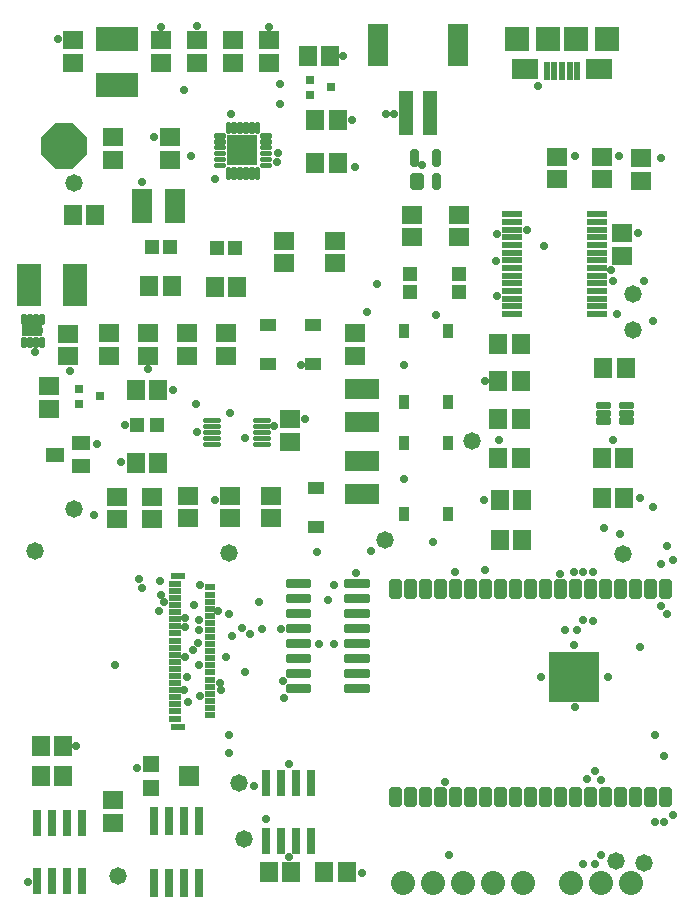
<source format=gts>
G04 EAGLE Gerber RS-274X export*
G75*
%MOMM*%
%FSLAX34Y34*%
%LPD*%
%INSoldermask Top*%
%IPPOS*%
%AMOC8*
5,1,8,0,0,1.08239X$1,22.5*%
G01*
%ADD10R,1.703200X1.503200*%
%ADD11R,1.803200X2.903200*%
%ADD12R,1.423200X1.113200*%
%ADD13C,0.453200*%
%ADD14R,3.603200X2.103200*%
%ADD15R,2.903200X1.803200*%
%ADD16R,1.503200X1.703200*%
%ADD17R,1.203200X1.303200*%
%ADD18C,0.269722*%
%ADD19R,2.653200X2.653200*%
%ADD20R,1.003200X0.503200*%
%ADD21R,0.853200X0.503200*%
%ADD22R,1.153200X0.603200*%
%ADD23R,0.803200X2.403200*%
%ADD24R,1.403200X1.403200*%
%ADD25R,1.703200X1.803200*%
%ADD26C,0.275422*%
%ADD27R,1.803200X1.103200*%
%ADD28C,0.127000*%
%ADD29R,2.103200X3.603200*%
%ADD30C,0.353406*%
%ADD31C,2.032000*%
%ADD32R,1.703200X0.603200*%
%ADD33C,0.382975*%
%ADD34R,1.153200X1.153200*%
%ADD35C,0.703987*%
%ADD36C,0.499716*%
%ADD37C,1.473200*%
%ADD38P,4.129406X8X22.500000*%
%ADD39R,0.762000X2.184400*%
%ADD40R,0.603200X1.553200*%
%ADD41R,2.303200X1.803200*%
%ADD42R,2.103200X2.103200*%
%ADD43R,2.003200X2.103200*%
%ADD44R,0.753200X0.803200*%
%ADD45R,0.903200X1.203200*%
%ADD46R,1.603200X1.203200*%
%ADD47R,1.203200X3.703200*%
%ADD48R,1.703200X3.603200*%
%ADD49C,0.668588*%
%ADD50R,4.203200X4.203200*%
%ADD51C,0.705600*%


D10*
X197693Y357480D03*
X197693Y338480D03*
X194375Y495275D03*
X194375Y476275D03*
X232826Y357480D03*
X232826Y338480D03*
X303530Y476275D03*
X303530Y495275D03*
X147320Y642010D03*
X147320Y661010D03*
X139617Y724434D03*
X139617Y743434D03*
X64770Y724434D03*
X64770Y743434D03*
D11*
X151240Y603250D03*
X123240Y603250D03*
D10*
X248920Y403250D03*
X248920Y422250D03*
X128409Y495275D03*
X128409Y476275D03*
D12*
X229910Y502125D03*
X229910Y469425D03*
X267995Y469425D03*
X267995Y502125D03*
X270510Y331630D03*
X270510Y364330D03*
D13*
X187700Y421480D02*
X176700Y421480D01*
X176700Y416480D02*
X187700Y416480D01*
X187700Y411480D02*
X176700Y411480D01*
X176700Y406480D02*
X187700Y406480D01*
X187700Y401480D02*
X176700Y401480D01*
X218700Y421480D02*
X229700Y421480D01*
X229700Y416480D02*
X218700Y416480D01*
X218700Y411480D02*
X229700Y411480D01*
X229700Y406480D02*
X218700Y406480D01*
X218700Y401480D02*
X229700Y401480D01*
D14*
X102194Y705670D03*
X102194Y744670D03*
D15*
X309880Y387380D03*
X309880Y359380D03*
X309880Y420340D03*
X309880Y448340D03*
D16*
X288900Y675640D03*
X269900Y675640D03*
D10*
X200632Y724434D03*
X200632Y743434D03*
X231140Y743434D03*
X231140Y724434D03*
X161392Y476275D03*
X161392Y495275D03*
D17*
X119103Y417513D03*
X136103Y417513D03*
D10*
X162560Y338480D03*
X162560Y357480D03*
D16*
X137103Y385445D03*
X118103Y385445D03*
D18*
X223662Y638758D02*
X231598Y638758D01*
X231598Y636722D01*
X223662Y636722D01*
X223662Y638758D01*
X223662Y643758D02*
X231598Y643758D01*
X231598Y641722D01*
X223662Y641722D01*
X223662Y643758D01*
X223662Y648758D02*
X231598Y648758D01*
X231598Y646722D01*
X223662Y646722D01*
X223662Y648758D01*
X223662Y653758D02*
X231598Y653758D01*
X231598Y651722D01*
X223662Y651722D01*
X223662Y653758D01*
X223662Y658758D02*
X231598Y658758D01*
X231598Y656722D01*
X223662Y656722D01*
X223662Y658758D01*
X223662Y663758D02*
X231598Y663758D01*
X231598Y661722D01*
X223662Y661722D01*
X223662Y663758D01*
X192898Y663758D02*
X184962Y663758D01*
X192898Y663758D02*
X192898Y661722D01*
X184962Y661722D01*
X184962Y663758D01*
X184962Y658758D02*
X192898Y658758D01*
X192898Y656722D01*
X184962Y656722D01*
X184962Y658758D01*
X184962Y653758D02*
X192898Y653758D01*
X192898Y651722D01*
X184962Y651722D01*
X184962Y653758D01*
X184962Y648758D02*
X192898Y648758D01*
X192898Y646722D01*
X184962Y646722D01*
X184962Y648758D01*
X184962Y643758D02*
X192898Y643758D01*
X192898Y641722D01*
X184962Y641722D01*
X184962Y643758D01*
X184962Y638758D02*
X192898Y638758D01*
X192898Y636722D01*
X184962Y636722D01*
X184962Y638758D01*
X196798Y634858D02*
X196798Y626922D01*
X194762Y626922D01*
X194762Y634858D01*
X196798Y634858D01*
X196798Y629484D02*
X194762Y629484D01*
X194762Y632046D02*
X196798Y632046D01*
X196798Y634608D02*
X194762Y634608D01*
X201798Y634858D02*
X201798Y626922D01*
X199762Y626922D01*
X199762Y634858D01*
X201798Y634858D01*
X201798Y629484D02*
X199762Y629484D01*
X199762Y632046D02*
X201798Y632046D01*
X201798Y634608D02*
X199762Y634608D01*
X206798Y634858D02*
X206798Y626922D01*
X204762Y626922D01*
X204762Y634858D01*
X206798Y634858D01*
X206798Y629484D02*
X204762Y629484D01*
X204762Y632046D02*
X206798Y632046D01*
X206798Y634608D02*
X204762Y634608D01*
X211798Y634858D02*
X211798Y626922D01*
X209762Y626922D01*
X209762Y634858D01*
X211798Y634858D01*
X211798Y629484D02*
X209762Y629484D01*
X209762Y632046D02*
X211798Y632046D01*
X211798Y634608D02*
X209762Y634608D01*
X216798Y634858D02*
X216798Y626922D01*
X214762Y626922D01*
X214762Y634858D01*
X216798Y634858D01*
X216798Y629484D02*
X214762Y629484D01*
X214762Y632046D02*
X216798Y632046D01*
X216798Y634608D02*
X214762Y634608D01*
X221798Y634858D02*
X221798Y626922D01*
X219762Y626922D01*
X219762Y634858D01*
X221798Y634858D01*
X221798Y629484D02*
X219762Y629484D01*
X219762Y632046D02*
X221798Y632046D01*
X221798Y634608D02*
X219762Y634608D01*
X221798Y665622D02*
X221798Y673558D01*
X221798Y665622D02*
X219762Y665622D01*
X219762Y673558D01*
X221798Y673558D01*
X221798Y668184D02*
X219762Y668184D01*
X219762Y670746D02*
X221798Y670746D01*
X221798Y673308D02*
X219762Y673308D01*
X216798Y673558D02*
X216798Y665622D01*
X214762Y665622D01*
X214762Y673558D01*
X216798Y673558D01*
X216798Y668184D02*
X214762Y668184D01*
X214762Y670746D02*
X216798Y670746D01*
X216798Y673308D02*
X214762Y673308D01*
X211798Y673558D02*
X211798Y665622D01*
X209762Y665622D01*
X209762Y673558D01*
X211798Y673558D01*
X211798Y668184D02*
X209762Y668184D01*
X209762Y670746D02*
X211798Y670746D01*
X211798Y673308D02*
X209762Y673308D01*
X206798Y673558D02*
X206798Y665622D01*
X204762Y665622D01*
X204762Y673558D01*
X206798Y673558D01*
X206798Y668184D02*
X204762Y668184D01*
X204762Y670746D02*
X206798Y670746D01*
X206798Y673308D02*
X204762Y673308D01*
X201798Y673558D02*
X201798Y665622D01*
X199762Y665622D01*
X199762Y673558D01*
X201798Y673558D01*
X201798Y668184D02*
X199762Y668184D01*
X199762Y670746D02*
X201798Y670746D01*
X201798Y673308D02*
X199762Y673308D01*
X196798Y673558D02*
X196798Y665622D01*
X194762Y665622D01*
X194762Y673558D01*
X196798Y673558D01*
X196798Y668184D02*
X194762Y668184D01*
X194762Y670746D02*
X196798Y670746D01*
X196798Y673308D02*
X194762Y673308D01*
D19*
X208280Y650240D03*
D20*
X150950Y283060D03*
D21*
X180460Y280060D03*
D20*
X150950Y277060D03*
D21*
X180460Y274060D03*
D20*
X150950Y271060D03*
D21*
X180460Y268060D03*
D20*
X150950Y265060D03*
D21*
X180460Y262060D03*
D20*
X150950Y259060D03*
D21*
X180460Y256060D03*
D20*
X150950Y253060D03*
D21*
X180460Y250060D03*
D20*
X150950Y247060D03*
D21*
X180460Y244060D03*
D20*
X150950Y241060D03*
D21*
X180460Y238060D03*
D20*
X150950Y235060D03*
D21*
X180460Y232060D03*
D20*
X150950Y229060D03*
D21*
X180460Y226060D03*
D20*
X150950Y223060D03*
D21*
X180460Y220060D03*
D20*
X150950Y217060D03*
D21*
X180460Y214060D03*
D20*
X150950Y211060D03*
D21*
X180460Y208060D03*
D20*
X150950Y205060D03*
D21*
X180460Y202060D03*
D20*
X150950Y199060D03*
D21*
X180460Y196060D03*
D20*
X150950Y193060D03*
D21*
X180460Y190060D03*
D20*
X150950Y187060D03*
D21*
X180460Y184060D03*
D20*
X150950Y181060D03*
D21*
X180460Y178060D03*
D20*
X150950Y175060D03*
D21*
X180460Y172060D03*
D20*
X150950Y169060D03*
D22*
X153700Y290060D03*
X153700Y162060D03*
D23*
X158750Y81880D03*
X158750Y29880D03*
X171450Y81880D03*
X146050Y81880D03*
X133350Y81880D03*
X171450Y29880D03*
X146050Y29880D03*
X133350Y29880D03*
D10*
X99060Y80670D03*
X99060Y99670D03*
D24*
X130590Y130650D03*
X130590Y110650D03*
D25*
X163090Y120650D03*
D16*
X282550Y730250D03*
X263550Y730250D03*
D10*
X170125Y724434D03*
X170125Y743434D03*
D26*
X24019Y491329D02*
X24019Y484651D01*
X21941Y484651D01*
X21941Y491329D01*
X24019Y491329D01*
X24019Y487267D02*
X21941Y487267D01*
X21941Y489883D02*
X24019Y489883D01*
X29019Y491329D02*
X29019Y484651D01*
X26941Y484651D01*
X26941Y491329D01*
X29019Y491329D01*
X29019Y487267D02*
X26941Y487267D01*
X26941Y489883D02*
X29019Y489883D01*
X34019Y491329D02*
X34019Y484651D01*
X31941Y484651D01*
X31941Y491329D01*
X34019Y491329D01*
X34019Y487267D02*
X31941Y487267D01*
X31941Y489883D02*
X34019Y489883D01*
X39019Y491329D02*
X39019Y484651D01*
X36941Y484651D01*
X36941Y491329D01*
X39019Y491329D01*
X39019Y487267D02*
X36941Y487267D01*
X36941Y489883D02*
X39019Y489883D01*
X39019Y504351D02*
X39019Y511029D01*
X39019Y504351D02*
X36941Y504351D01*
X36941Y511029D01*
X39019Y511029D01*
X39019Y506967D02*
X36941Y506967D01*
X36941Y509583D02*
X39019Y509583D01*
X34019Y511029D02*
X34019Y504351D01*
X31941Y504351D01*
X31941Y511029D01*
X34019Y511029D01*
X34019Y506967D02*
X31941Y506967D01*
X31941Y509583D02*
X34019Y509583D01*
X29019Y511029D02*
X29019Y504351D01*
X26941Y504351D01*
X26941Y511029D01*
X29019Y511029D01*
X29019Y506967D02*
X26941Y506967D01*
X26941Y509583D02*
X29019Y509583D01*
X24019Y511029D02*
X24019Y504351D01*
X21941Y504351D01*
X21941Y511029D01*
X24019Y511029D01*
X24019Y506967D02*
X21941Y506967D01*
X21941Y509583D02*
X24019Y509583D01*
D27*
X30480Y497840D03*
D28*
X22156Y497840D02*
X22158Y497944D01*
X22164Y498048D01*
X22174Y498152D01*
X22188Y498255D01*
X22205Y498358D01*
X22227Y498460D01*
X22253Y498561D01*
X22282Y498661D01*
X22315Y498759D01*
X22352Y498857D01*
X22393Y498953D01*
X22437Y499047D01*
X22484Y499140D01*
X22536Y499230D01*
X22590Y499319D01*
X22648Y499406D01*
X22710Y499490D01*
X22774Y499572D01*
X22841Y499651D01*
X22912Y499728D01*
X22985Y499802D01*
X23061Y499873D01*
X23140Y499941D01*
X23221Y500007D01*
X23305Y500069D01*
X23391Y500127D01*
X23479Y500183D01*
X23569Y500235D01*
X23661Y500284D01*
X23755Y500329D01*
X23851Y500370D01*
X23948Y500408D01*
X24047Y500442D01*
X24146Y500472D01*
X24247Y500499D01*
X24349Y500522D01*
X24451Y500540D01*
X24554Y500555D01*
X24658Y500566D01*
X24762Y500573D01*
X24866Y500576D01*
X24970Y500575D01*
X25074Y500570D01*
X25178Y500561D01*
X25281Y500548D01*
X25384Y500531D01*
X25486Y500511D01*
X25588Y500486D01*
X25688Y500458D01*
X25787Y500426D01*
X25885Y500390D01*
X25981Y500350D01*
X26076Y500307D01*
X26169Y500260D01*
X26260Y500209D01*
X26349Y500156D01*
X26436Y500098D01*
X26521Y500038D01*
X26604Y499974D01*
X26684Y499908D01*
X26761Y499838D01*
X26836Y499765D01*
X26908Y499690D01*
X26977Y499612D01*
X27043Y499531D01*
X27105Y499448D01*
X27165Y499363D01*
X27221Y499275D01*
X27274Y499185D01*
X27324Y499094D01*
X27370Y499000D01*
X27412Y498905D01*
X27451Y498808D01*
X27486Y498710D01*
X27517Y498611D01*
X27545Y498510D01*
X27568Y498409D01*
X27588Y498307D01*
X27604Y498204D01*
X27616Y498100D01*
X27624Y497996D01*
X27628Y497892D01*
X27628Y497788D01*
X27624Y497684D01*
X27616Y497580D01*
X27604Y497476D01*
X27588Y497373D01*
X27568Y497271D01*
X27545Y497170D01*
X27517Y497069D01*
X27486Y496970D01*
X27451Y496872D01*
X27412Y496775D01*
X27370Y496680D01*
X27324Y496586D01*
X27274Y496495D01*
X27221Y496405D01*
X27165Y496317D01*
X27105Y496232D01*
X27043Y496149D01*
X26977Y496068D01*
X26908Y495990D01*
X26836Y495915D01*
X26761Y495842D01*
X26684Y495772D01*
X26604Y495706D01*
X26521Y495642D01*
X26436Y495582D01*
X26349Y495524D01*
X26260Y495471D01*
X26169Y495420D01*
X26076Y495373D01*
X25981Y495330D01*
X25885Y495290D01*
X25787Y495254D01*
X25688Y495222D01*
X25588Y495194D01*
X25486Y495169D01*
X25384Y495149D01*
X25281Y495132D01*
X25178Y495119D01*
X25074Y495110D01*
X24970Y495105D01*
X24866Y495104D01*
X24762Y495107D01*
X24658Y495114D01*
X24554Y495125D01*
X24451Y495140D01*
X24349Y495158D01*
X24247Y495181D01*
X24146Y495208D01*
X24047Y495238D01*
X23948Y495272D01*
X23851Y495310D01*
X23755Y495351D01*
X23661Y495396D01*
X23569Y495445D01*
X23479Y495497D01*
X23391Y495553D01*
X23305Y495611D01*
X23221Y495673D01*
X23140Y495739D01*
X23061Y495807D01*
X22985Y495878D01*
X22912Y495952D01*
X22841Y496029D01*
X22774Y496108D01*
X22710Y496190D01*
X22648Y496274D01*
X22590Y496361D01*
X22536Y496450D01*
X22484Y496540D01*
X22437Y496633D01*
X22393Y496727D01*
X22352Y496823D01*
X22315Y496921D01*
X22282Y497019D01*
X22253Y497119D01*
X22227Y497220D01*
X22205Y497322D01*
X22188Y497425D01*
X22174Y497528D01*
X22164Y497632D01*
X22158Y497736D01*
X22156Y497840D01*
X33416Y497840D02*
X33418Y497943D01*
X33424Y498046D01*
X33434Y498148D01*
X33448Y498250D01*
X33466Y498351D01*
X33487Y498452D01*
X33513Y498551D01*
X33543Y498650D01*
X33576Y498747D01*
X33613Y498843D01*
X33654Y498937D01*
X33698Y499030D01*
X33746Y499121D01*
X33797Y499210D01*
X33852Y499297D01*
X33910Y499382D01*
X33972Y499465D01*
X34036Y499545D01*
X34104Y499622D01*
X34175Y499697D01*
X34248Y499769D01*
X34324Y499838D01*
X34403Y499904D01*
X34484Y499967D01*
X34568Y500027D01*
X34654Y500084D01*
X34742Y500137D01*
X34832Y500186D01*
X34924Y500233D01*
X35018Y500275D01*
X35113Y500314D01*
X35209Y500349D01*
X35307Y500381D01*
X35406Y500408D01*
X35507Y500432D01*
X35607Y500452D01*
X35709Y500468D01*
X35811Y500480D01*
X35914Y500488D01*
X36017Y500492D01*
X36119Y500492D01*
X36222Y500488D01*
X36325Y500480D01*
X36427Y500468D01*
X36529Y500452D01*
X36629Y500432D01*
X36730Y500408D01*
X36829Y500381D01*
X36927Y500349D01*
X37023Y500314D01*
X37118Y500275D01*
X37212Y500233D01*
X37304Y500186D01*
X37394Y500137D01*
X37482Y500084D01*
X37568Y500027D01*
X37652Y499967D01*
X37733Y499904D01*
X37812Y499838D01*
X37888Y499769D01*
X37961Y499697D01*
X38032Y499622D01*
X38100Y499545D01*
X38164Y499465D01*
X38226Y499382D01*
X38284Y499297D01*
X38339Y499210D01*
X38390Y499121D01*
X38438Y499030D01*
X38482Y498937D01*
X38523Y498843D01*
X38560Y498747D01*
X38593Y498650D01*
X38623Y498551D01*
X38649Y498452D01*
X38670Y498351D01*
X38688Y498250D01*
X38702Y498148D01*
X38712Y498046D01*
X38718Y497943D01*
X38720Y497840D01*
X38718Y497737D01*
X38712Y497634D01*
X38702Y497532D01*
X38688Y497430D01*
X38670Y497329D01*
X38649Y497228D01*
X38623Y497129D01*
X38593Y497030D01*
X38560Y496933D01*
X38523Y496837D01*
X38482Y496743D01*
X38438Y496650D01*
X38390Y496559D01*
X38339Y496470D01*
X38284Y496383D01*
X38226Y496298D01*
X38164Y496215D01*
X38100Y496135D01*
X38032Y496058D01*
X37961Y495983D01*
X37888Y495911D01*
X37812Y495842D01*
X37733Y495776D01*
X37652Y495713D01*
X37568Y495653D01*
X37482Y495596D01*
X37394Y495543D01*
X37304Y495494D01*
X37212Y495447D01*
X37118Y495405D01*
X37023Y495366D01*
X36927Y495331D01*
X36829Y495299D01*
X36730Y495272D01*
X36629Y495248D01*
X36529Y495228D01*
X36427Y495212D01*
X36325Y495200D01*
X36222Y495192D01*
X36119Y495188D01*
X36017Y495188D01*
X35914Y495192D01*
X35811Y495200D01*
X35709Y495212D01*
X35607Y495228D01*
X35507Y495248D01*
X35406Y495272D01*
X35307Y495299D01*
X35209Y495331D01*
X35113Y495366D01*
X35018Y495405D01*
X34924Y495447D01*
X34832Y495494D01*
X34742Y495543D01*
X34654Y495596D01*
X34568Y495653D01*
X34484Y495713D01*
X34403Y495776D01*
X34324Y495842D01*
X34248Y495911D01*
X34175Y495983D01*
X34104Y496058D01*
X34036Y496135D01*
X33972Y496215D01*
X33910Y496298D01*
X33852Y496383D01*
X33797Y496470D01*
X33746Y496559D01*
X33698Y496650D01*
X33654Y496743D01*
X33613Y496837D01*
X33576Y496933D01*
X33543Y497030D01*
X33513Y497129D01*
X33487Y497228D01*
X33466Y497329D01*
X33448Y497430D01*
X33434Y497532D01*
X33424Y497634D01*
X33418Y497737D01*
X33416Y497840D01*
D29*
X27490Y535940D03*
X66490Y535940D03*
D16*
X64541Y595630D03*
X83541Y595630D03*
D10*
X60960Y495021D03*
X60960Y476021D03*
D16*
X424840Y486410D03*
X443840Y486410D03*
X424840Y389890D03*
X443840Y389890D03*
X443840Y454660D03*
X424840Y454660D03*
X424840Y422910D03*
X443840Y422910D03*
D30*
X314519Y196559D02*
X296321Y196559D01*
X314519Y196559D02*
X314519Y192061D01*
X296321Y192061D01*
X296321Y196559D01*
X296321Y195418D02*
X314519Y195418D01*
X314519Y209259D02*
X296321Y209259D01*
X314519Y209259D02*
X314519Y204761D01*
X296321Y204761D01*
X296321Y209259D01*
X296321Y208118D02*
X314519Y208118D01*
X314519Y221959D02*
X296321Y221959D01*
X314519Y221959D02*
X314519Y217461D01*
X296321Y217461D01*
X296321Y221959D01*
X296321Y220818D02*
X314519Y220818D01*
X314519Y234659D02*
X296321Y234659D01*
X314519Y234659D02*
X314519Y230161D01*
X296321Y230161D01*
X296321Y234659D01*
X296321Y233518D02*
X314519Y233518D01*
X314519Y247359D02*
X296321Y247359D01*
X314519Y247359D02*
X314519Y242861D01*
X296321Y242861D01*
X296321Y247359D01*
X296321Y246218D02*
X314519Y246218D01*
X314519Y260059D02*
X296321Y260059D01*
X314519Y260059D02*
X314519Y255561D01*
X296321Y255561D01*
X296321Y260059D01*
X296321Y258918D02*
X314519Y258918D01*
X314519Y272759D02*
X296321Y272759D01*
X314519Y272759D02*
X314519Y268261D01*
X296321Y268261D01*
X296321Y272759D01*
X296321Y271618D02*
X314519Y271618D01*
X314519Y285459D02*
X296321Y285459D01*
X314519Y285459D02*
X314519Y280961D01*
X296321Y280961D01*
X296321Y285459D01*
X296321Y284318D02*
X314519Y284318D01*
X265019Y285459D02*
X246821Y285459D01*
X265019Y285459D02*
X265019Y280961D01*
X246821Y280961D01*
X246821Y285459D01*
X246821Y284318D02*
X265019Y284318D01*
X265019Y272759D02*
X246821Y272759D01*
X265019Y272759D02*
X265019Y268261D01*
X246821Y268261D01*
X246821Y272759D01*
X246821Y271618D02*
X265019Y271618D01*
X265019Y260059D02*
X246821Y260059D01*
X265019Y260059D02*
X265019Y255561D01*
X246821Y255561D01*
X246821Y260059D01*
X246821Y258918D02*
X265019Y258918D01*
X265019Y247359D02*
X246821Y247359D01*
X265019Y247359D02*
X265019Y242861D01*
X246821Y242861D01*
X246821Y247359D01*
X246821Y246218D02*
X265019Y246218D01*
X265019Y234659D02*
X246821Y234659D01*
X265019Y234659D02*
X265019Y230161D01*
X246821Y230161D01*
X246821Y234659D01*
X246821Y233518D02*
X265019Y233518D01*
X265019Y221959D02*
X246821Y221959D01*
X265019Y221959D02*
X265019Y217461D01*
X246821Y217461D01*
X246821Y221959D01*
X246821Y220818D02*
X265019Y220818D01*
X265019Y209259D02*
X246821Y209259D01*
X265019Y209259D02*
X265019Y204761D01*
X246821Y204761D01*
X246821Y209259D01*
X246821Y208118D02*
X265019Y208118D01*
X265019Y196559D02*
X246821Y196559D01*
X265019Y196559D02*
X265019Y192061D01*
X246821Y192061D01*
X246821Y196559D01*
X246821Y195418D02*
X265019Y195418D01*
D31*
X394970Y29845D03*
X420370Y29845D03*
X445770Y29845D03*
X369570Y29845D03*
X344170Y29845D03*
X486410Y29845D03*
X511810Y29845D03*
X537210Y29845D03*
D32*
X508690Y511470D03*
X508690Y517970D03*
X508690Y524470D03*
X508690Y530970D03*
X508690Y537470D03*
X508690Y543970D03*
X508690Y550470D03*
X508690Y556970D03*
X508690Y563470D03*
X508690Y569970D03*
X508690Y576470D03*
X508690Y582970D03*
X508690Y589470D03*
X508690Y595970D03*
X436190Y595970D03*
X436190Y589470D03*
X436190Y582970D03*
X436190Y576470D03*
X436190Y569970D03*
X436190Y563470D03*
X436190Y556970D03*
X436190Y550470D03*
X436190Y543970D03*
X436190Y537470D03*
X436190Y530970D03*
X436190Y524470D03*
X436190Y517970D03*
X436190Y511470D03*
D10*
X529590Y560730D03*
X529590Y579730D03*
X512826Y625500D03*
X512826Y644500D03*
D33*
X509511Y433526D02*
X517913Y433526D01*
X509511Y433526D02*
X509511Y435328D01*
X517913Y435328D01*
X517913Y433526D01*
X517913Y427026D02*
X509511Y427026D01*
X509511Y428828D01*
X517913Y428828D01*
X517913Y427026D01*
X517913Y420526D02*
X509511Y420526D01*
X509511Y422328D01*
X517913Y422328D01*
X517913Y420526D01*
X528611Y422328D02*
X537013Y422328D01*
X537013Y420526D01*
X528611Y420526D01*
X528611Y422328D01*
X528611Y428828D02*
X537013Y428828D01*
X537013Y427026D01*
X528611Y427026D01*
X528611Y428828D01*
X528611Y435328D02*
X537013Y435328D01*
X537013Y433526D01*
X528611Y433526D01*
X528611Y435328D01*
D16*
X532587Y466090D03*
X513587Y466090D03*
X512317Y389764D03*
X531317Y389764D03*
D34*
X391503Y530345D03*
X391503Y545345D03*
D10*
X391503Y576605D03*
X391503Y595605D03*
D34*
X350520Y530345D03*
X350520Y545345D03*
D10*
X351790Y576605D03*
X351790Y595605D03*
D35*
X358166Y620134D02*
X358166Y627726D01*
X358166Y620134D02*
X353274Y620134D01*
X353274Y627726D01*
X358166Y627726D01*
X358166Y626822D02*
X353274Y626822D01*
D36*
X374188Y628748D02*
X374188Y619112D01*
X371252Y619112D01*
X371252Y628748D01*
X374188Y628748D01*
X374188Y623859D02*
X371252Y623859D01*
X371252Y628606D02*
X374188Y628606D01*
X374188Y638712D02*
X374188Y648348D01*
X374188Y638712D02*
X371252Y638712D01*
X371252Y648348D01*
X374188Y648348D01*
X374188Y643459D02*
X371252Y643459D01*
X371252Y648206D02*
X374188Y648206D01*
X355188Y648348D02*
X355188Y638712D01*
X352252Y638712D01*
X352252Y648348D01*
X355188Y648348D01*
X355188Y643459D02*
X352252Y643459D01*
X352252Y648206D02*
X355188Y648206D01*
D37*
X524510Y48260D03*
X548640Y46990D03*
X539115Y528320D03*
X539115Y497840D03*
X328930Y320040D03*
X530860Y308610D03*
X402590Y403860D03*
X66040Y346710D03*
X209550Y67310D03*
D34*
X146512Y568325D03*
X131512Y568325D03*
D16*
X129512Y535686D03*
X148512Y535686D03*
D38*
X57150Y654050D03*
D34*
X201704Y567055D03*
X186704Y567055D03*
D16*
X184704Y534416D03*
X203704Y534416D03*
D37*
X66040Y622300D03*
D39*
X228600Y65532D03*
X241300Y65532D03*
X254000Y65532D03*
X266700Y65532D03*
X266700Y114808D03*
X254000Y114808D03*
X241300Y114808D03*
X228600Y114808D03*
X72390Y80518D03*
X59690Y80518D03*
X46990Y80518D03*
X34290Y80518D03*
X34290Y31242D03*
X46990Y31242D03*
X59690Y31242D03*
X72390Y31242D03*
D10*
X101918Y356877D03*
X101918Y337877D03*
D16*
X277520Y38735D03*
X296520Y38735D03*
X37490Y146050D03*
X56490Y146050D03*
X118167Y447040D03*
X137167Y447040D03*
D10*
X132080Y356877D03*
X132080Y337877D03*
D16*
X249530Y38735D03*
X230530Y38735D03*
X37490Y120015D03*
X56490Y120015D03*
D10*
X95425Y476275D03*
X95425Y495275D03*
D37*
X33020Y310515D03*
X196850Y309245D03*
X102870Y35560D03*
X205740Y114300D03*
D16*
X269900Y639128D03*
X288900Y639128D03*
D10*
X546100Y624230D03*
X546100Y643230D03*
X474472Y625500D03*
X474472Y644500D03*
D40*
X478790Y717550D03*
X485290Y717550D03*
X472290Y717550D03*
X491790Y717550D03*
X465790Y717550D03*
D41*
X509790Y718800D03*
X447790Y718800D03*
D42*
X490790Y744300D03*
X466790Y744300D03*
D43*
X516790Y744300D03*
X440790Y744300D03*
D44*
X265070Y710080D03*
X265070Y697080D03*
X283570Y703580D03*
D45*
X382355Y497360D03*
X345355Y497360D03*
X382355Y437360D03*
X345355Y437360D03*
X382355Y402110D03*
X345355Y402110D03*
X382355Y342110D03*
X345355Y342110D03*
D44*
X69490Y448460D03*
X69490Y435460D03*
X87990Y441960D03*
D46*
X49960Y392430D03*
X71960Y401930D03*
X71960Y382930D03*
D10*
X44450Y431190D03*
X44450Y450190D03*
D47*
X346870Y681990D03*
X366870Y681990D03*
D48*
X323370Y739490D03*
X390370Y739490D03*
D10*
X99060Y642010D03*
X99060Y661010D03*
D49*
X564147Y283523D02*
X564147Y273677D01*
X564147Y283523D02*
X568793Y283523D01*
X568793Y273677D01*
X564147Y273677D01*
X564147Y280029D02*
X568793Y280029D01*
X551447Y283523D02*
X551447Y273677D01*
X551447Y283523D02*
X556093Y283523D01*
X556093Y273677D01*
X551447Y273677D01*
X551447Y280029D02*
X556093Y280029D01*
X538747Y283523D02*
X538747Y273677D01*
X538747Y283523D02*
X543393Y283523D01*
X543393Y273677D01*
X538747Y273677D01*
X538747Y280029D02*
X543393Y280029D01*
X526047Y283523D02*
X526047Y273677D01*
X526047Y283523D02*
X530693Y283523D01*
X530693Y273677D01*
X526047Y273677D01*
X526047Y280029D02*
X530693Y280029D01*
X513347Y283523D02*
X513347Y273677D01*
X513347Y283523D02*
X517993Y283523D01*
X517993Y273677D01*
X513347Y273677D01*
X513347Y280029D02*
X517993Y280029D01*
X500647Y283523D02*
X500647Y273677D01*
X500647Y283523D02*
X505293Y283523D01*
X505293Y273677D01*
X500647Y273677D01*
X500647Y280029D02*
X505293Y280029D01*
X487947Y283523D02*
X487947Y273677D01*
X487947Y283523D02*
X492593Y283523D01*
X492593Y273677D01*
X487947Y273677D01*
X487947Y280029D02*
X492593Y280029D01*
X475247Y283523D02*
X475247Y273677D01*
X475247Y283523D02*
X479893Y283523D01*
X479893Y273677D01*
X475247Y273677D01*
X475247Y280029D02*
X479893Y280029D01*
X462547Y283523D02*
X462547Y273677D01*
X462547Y283523D02*
X467193Y283523D01*
X467193Y273677D01*
X462547Y273677D01*
X462547Y280029D02*
X467193Y280029D01*
X449847Y283523D02*
X449847Y273677D01*
X449847Y283523D02*
X454493Y283523D01*
X454493Y273677D01*
X449847Y273677D01*
X449847Y280029D02*
X454493Y280029D01*
X437147Y283523D02*
X437147Y273677D01*
X437147Y283523D02*
X441793Y283523D01*
X441793Y273677D01*
X437147Y273677D01*
X437147Y280029D02*
X441793Y280029D01*
X424447Y283523D02*
X424447Y273677D01*
X424447Y283523D02*
X429093Y283523D01*
X429093Y273677D01*
X424447Y273677D01*
X424447Y280029D02*
X429093Y280029D01*
X411747Y283523D02*
X411747Y273677D01*
X411747Y283523D02*
X416393Y283523D01*
X416393Y273677D01*
X411747Y273677D01*
X411747Y280029D02*
X416393Y280029D01*
X399047Y283523D02*
X399047Y273677D01*
X399047Y283523D02*
X403693Y283523D01*
X403693Y273677D01*
X399047Y273677D01*
X399047Y280029D02*
X403693Y280029D01*
X386347Y283523D02*
X386347Y273677D01*
X386347Y283523D02*
X390993Y283523D01*
X390993Y273677D01*
X386347Y273677D01*
X386347Y280029D02*
X390993Y280029D01*
X373647Y283523D02*
X373647Y273677D01*
X373647Y283523D02*
X378293Y283523D01*
X378293Y273677D01*
X373647Y273677D01*
X373647Y280029D02*
X378293Y280029D01*
X360947Y283523D02*
X360947Y273677D01*
X360947Y283523D02*
X365593Y283523D01*
X365593Y273677D01*
X360947Y273677D01*
X360947Y280029D02*
X365593Y280029D01*
X348247Y283523D02*
X348247Y273677D01*
X348247Y283523D02*
X352893Y283523D01*
X352893Y273677D01*
X348247Y273677D01*
X348247Y280029D02*
X352893Y280029D01*
X335547Y283523D02*
X335547Y273677D01*
X335547Y283523D02*
X340193Y283523D01*
X340193Y273677D01*
X335547Y273677D01*
X335547Y280029D02*
X340193Y280029D01*
X340193Y107323D02*
X340193Y97477D01*
X335547Y97477D01*
X335547Y107323D01*
X340193Y107323D01*
X340193Y103829D02*
X335547Y103829D01*
X352893Y107323D02*
X352893Y97477D01*
X348247Y97477D01*
X348247Y107323D01*
X352893Y107323D01*
X352893Y103829D02*
X348247Y103829D01*
X365593Y107323D02*
X365593Y97477D01*
X360947Y97477D01*
X360947Y107323D01*
X365593Y107323D01*
X365593Y103829D02*
X360947Y103829D01*
X378293Y107323D02*
X378293Y97477D01*
X373647Y97477D01*
X373647Y107323D01*
X378293Y107323D01*
X378293Y103829D02*
X373647Y103829D01*
X390993Y107323D02*
X390993Y97477D01*
X386347Y97477D01*
X386347Y107323D01*
X390993Y107323D01*
X390993Y103829D02*
X386347Y103829D01*
X403693Y107323D02*
X403693Y97477D01*
X399047Y97477D01*
X399047Y107323D01*
X403693Y107323D01*
X403693Y103829D02*
X399047Y103829D01*
X416393Y107323D02*
X416393Y97477D01*
X411747Y97477D01*
X411747Y107323D01*
X416393Y107323D01*
X416393Y103829D02*
X411747Y103829D01*
X429093Y107323D02*
X429093Y97477D01*
X424447Y97477D01*
X424447Y107323D01*
X429093Y107323D01*
X429093Y103829D02*
X424447Y103829D01*
X441793Y107323D02*
X441793Y97477D01*
X437147Y97477D01*
X437147Y107323D01*
X441793Y107323D01*
X441793Y103829D02*
X437147Y103829D01*
X454493Y107323D02*
X454493Y97477D01*
X449847Y97477D01*
X449847Y107323D01*
X454493Y107323D01*
X454493Y103829D02*
X449847Y103829D01*
X467193Y107323D02*
X467193Y97477D01*
X462547Y97477D01*
X462547Y107323D01*
X467193Y107323D01*
X467193Y103829D02*
X462547Y103829D01*
X479893Y107323D02*
X479893Y97477D01*
X475247Y97477D01*
X475247Y107323D01*
X479893Y107323D01*
X479893Y103829D02*
X475247Y103829D01*
X492593Y107323D02*
X492593Y97477D01*
X487947Y97477D01*
X487947Y107323D01*
X492593Y107323D01*
X492593Y103829D02*
X487947Y103829D01*
X505293Y107323D02*
X505293Y97477D01*
X500647Y97477D01*
X500647Y107323D01*
X505293Y107323D01*
X505293Y103829D02*
X500647Y103829D01*
X517993Y107323D02*
X517993Y97477D01*
X513347Y97477D01*
X513347Y107323D01*
X517993Y107323D01*
X517993Y103829D02*
X513347Y103829D01*
X530693Y107323D02*
X530693Y97477D01*
X526047Y97477D01*
X526047Y107323D01*
X530693Y107323D01*
X530693Y103829D02*
X526047Y103829D01*
X543393Y107323D02*
X543393Y97477D01*
X538747Y97477D01*
X538747Y107323D01*
X543393Y107323D01*
X543393Y103829D02*
X538747Y103829D01*
X556093Y107323D02*
X556093Y97477D01*
X551447Y97477D01*
X551447Y107323D01*
X556093Y107323D01*
X556093Y103829D02*
X551447Y103829D01*
X568793Y107323D02*
X568793Y97477D01*
X564147Y97477D01*
X564147Y107323D01*
X568793Y107323D01*
X568793Y103829D02*
X564147Y103829D01*
D50*
X488570Y204300D03*
D16*
X512470Y355600D03*
X531470Y355600D03*
X445110Y354330D03*
X426110Y354330D03*
X445110Y320040D03*
X426110Y320040D03*
D10*
X243840Y573380D03*
X243840Y554380D03*
X287020Y573380D03*
X287020Y554380D03*
D51*
X158750Y701040D03*
X165100Y645160D03*
X240030Y689610D03*
X240030Y706120D03*
X142240Y267970D03*
X196850Y257810D03*
X196850Y139700D03*
X196850Y154940D03*
X189230Y199390D03*
X161290Y204470D03*
X241300Y245110D03*
X190500Y193040D03*
X242288Y200660D03*
X123190Y279400D03*
X172720Y281940D03*
X228600Y83820D03*
X218440Y111760D03*
X120650Y287020D03*
X138430Y285750D03*
X160020Y246380D03*
X214848Y240248D03*
X171450Y243840D03*
X199390Y238760D03*
X170597Y232827D03*
X210820Y208280D03*
X166370Y227330D03*
X194310Y220980D03*
X237490Y640080D03*
X185420Y626110D03*
X556260Y347980D03*
X425450Y405130D03*
X522262Y405130D03*
X544830Y229870D03*
X496570Y293370D03*
X496570Y252730D03*
X506730Y124460D03*
X506730Y45720D03*
X224790Y245110D03*
X222250Y267970D03*
X171450Y252730D03*
X379730Y115570D03*
X208280Y245588D03*
X383540Y53340D03*
X162560Y182880D03*
X243840Y186690D03*
X477520Y291747D03*
X481330Y243840D03*
X160020Y254000D03*
X187960Y260350D03*
X171450Y214128D03*
X100330Y214630D03*
X168910Y435610D03*
X198120Y427990D03*
X160020Y220980D03*
X167640Y265430D03*
X317500Y311150D03*
X271780Y309880D03*
X449580Y582930D03*
X463550Y568960D03*
X521970Y539750D03*
X548640Y539750D03*
X567690Y314960D03*
X567690Y257810D03*
X565150Y81280D03*
X565150Y137160D03*
X525780Y511810D03*
X556260Y505460D03*
X562610Y299720D03*
X562610Y264160D03*
X557530Y154940D03*
X557530Y81280D03*
X198443Y681043D03*
X303530Y636270D03*
X360680Y637540D03*
X422910Y556260D03*
X424180Y579120D03*
X520700Y548640D03*
X562610Y643890D03*
X527050Y645160D03*
X490220Y645160D03*
X543560Y580390D03*
X309880Y38100D03*
X247650Y52070D03*
X247650Y130810D03*
X119380Y127000D03*
X26670Y30480D03*
X67310Y146050D03*
X172438Y187983D03*
X158750Y193040D03*
X137577Y259933D03*
X139187Y273818D03*
X185420Y354330D03*
X82550Y341630D03*
X85090Y401320D03*
X105410Y386080D03*
X109220Y417830D03*
X149860Y447040D03*
X261620Y422910D03*
X257810Y468630D03*
X62230Y463550D03*
X33020Y479425D03*
X128270Y464820D03*
X345355Y372110D03*
X345440Y468630D03*
X414020Y454660D03*
X424180Y527050D03*
X330200Y680720D03*
X293370Y730250D03*
X231140Y754380D03*
X170180Y755650D03*
X139700Y754380D03*
X52070Y744220D03*
X133350Y661670D03*
X123190Y623570D03*
X170180Y411480D03*
X234950Y417062D03*
X210683Y406263D03*
X300990Y675640D03*
X238760Y647772D03*
X336550Y680720D03*
X458470Y704850D03*
X412750Y354330D03*
X388620Y293370D03*
X304800Y292100D03*
X544830Y355600D03*
X572488Y303530D03*
X518160Y204470D03*
X488950Y231140D03*
X490220Y179070D03*
X461010Y204470D03*
X572770Y87630D03*
X369570Y318770D03*
X491490Y243840D03*
X488950Y293442D03*
X414020Y294640D03*
X500380Y118110D03*
X496570Y45720D03*
X505460Y293370D03*
X505460Y251460D03*
X511810Y116840D03*
X511810Y53340D03*
X313690Y513080D03*
X372110Y510540D03*
X322580Y537210D03*
X514350Y330200D03*
X528320Y325120D03*
X280670Y269240D03*
X273050Y232410D03*
X285750Y281940D03*
X285750Y232410D03*
X201930Y656590D03*
X201930Y646430D03*
X208280Y651510D03*
X214630Y656590D03*
X214630Y646430D03*
M02*

</source>
